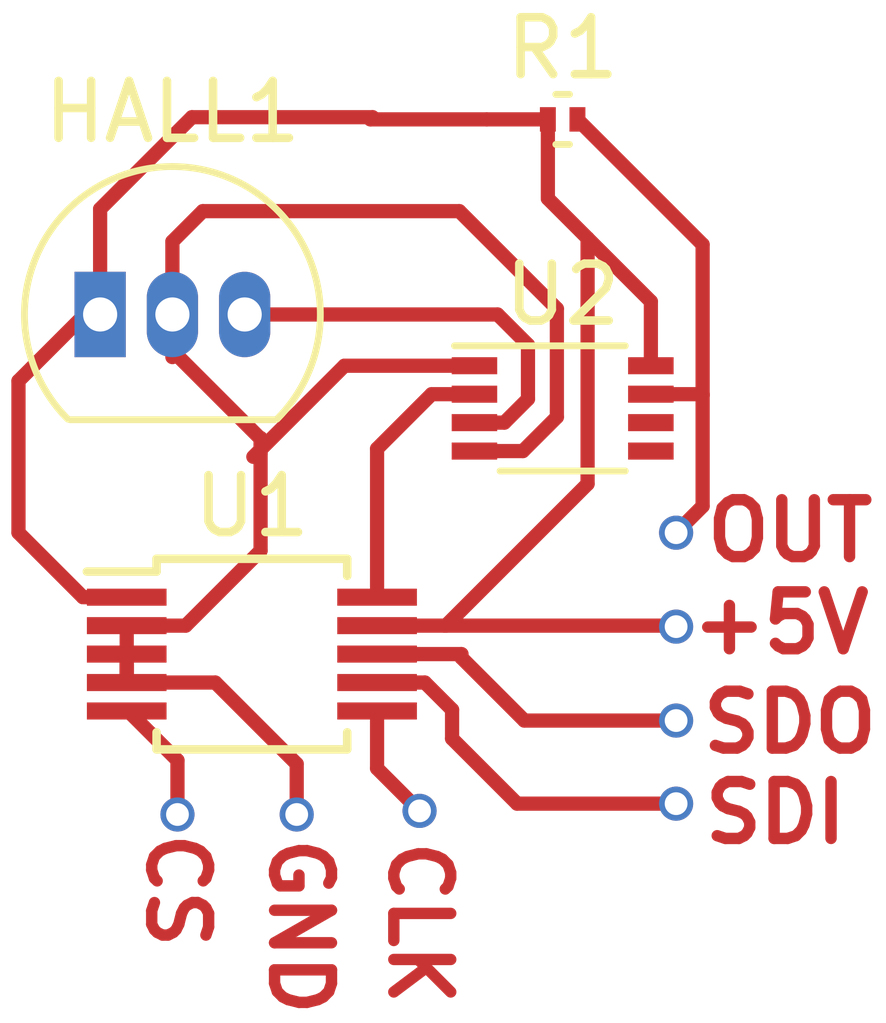
<source format=kicad_pcb>
(kicad_pcb (version 4) (host pcbnew 4.0.7)

  (general
    (links 12)
    (no_connects 1)
    (area 59.9965 81.0376 80.048002 98.8455)
    (thickness 1.6)
    (drawings 7)
    (tracks 81)
    (zones 0)
    (modules 4)
    (nets 12)
  )

  (page A4)
  (layers
    (0 F.Cu signal)
    (31 B.Cu signal)
    (32 B.Adhes user)
    (33 F.Adhes user)
    (34 B.Paste user)
    (35 F.Paste user)
    (36 B.SilkS user)
    (37 F.SilkS user)
    (38 B.Mask user)
    (39 F.Mask user)
    (40 Dwgs.User user)
    (41 Cmts.User user)
    (42 Eco1.User user)
    (43 Eco2.User user)
    (44 Edge.Cuts user)
    (45 Margin user)
    (46 B.CrtYd user)
    (47 F.CrtYd user)
    (48 B.Fab user)
    (49 F.Fab user)
  )

  (setup
    (last_trace_width 0.25)
    (trace_clearance 0.2)
    (zone_clearance 0.508)
    (zone_45_only no)
    (trace_min 0.2)
    (segment_width 0.2)
    (edge_width 0.15)
    (via_size 0.6)
    (via_drill 0.4)
    (via_min_size 0.4)
    (via_min_drill 0.3)
    (uvia_size 0.3)
    (uvia_drill 0.1)
    (uvias_allowed no)
    (uvia_min_size 0.2)
    (uvia_min_drill 0.1)
    (pcb_text_width 0.3)
    (pcb_text_size 1.5 1.5)
    (mod_edge_width 0.15)
    (mod_text_size 1 1)
    (mod_text_width 0.15)
    (pad_size 1.524 1.524)
    (pad_drill 0.762)
    (pad_to_mask_clearance 0.2)
    (aux_axis_origin 0 0)
    (grid_origin 68.453 88.7095)
    (visible_elements FFFFFF7F)
    (pcbplotparams
      (layerselection 0x00030_80000001)
      (usegerberextensions false)
      (excludeedgelayer true)
      (linewidth 0.100000)
      (plotframeref false)
      (viasonmask false)
      (mode 1)
      (useauxorigin false)
      (hpglpennumber 1)
      (hpglpenspeed 20)
      (hpglpendiameter 15)
      (hpglpenoverlay 2)
      (psnegative false)
      (psa4output false)
      (plotreference true)
      (plotvalue true)
      (plotinvisibletext false)
      (padsonsilk false)
      (subtractmaskfromsilk false)
      (outputformat 1)
      (mirror false)
      (drillshape 0)
      (scaleselection 1)
      (outputdirectory ""))
  )

  (net 0 "")
  (net 1 "Net-(HALL1-Pad3)")
  (net 2 GND)
  (net 3 +5V)
  (net 4 HALLOUT)
  (net 5 CS)
  (net 6 CLK)
  (net 7 SDI)
  (net 8 SDO)
  (net 9 "Net-(U1-Pad10)")
  (net 10 "Net-(U2-Pad5)")
  (net 11 "Net-(U2-Pad6)")

  (net_class Default "Esta es la clase de red por defecto."
    (clearance 0.2)
    (trace_width 0.25)
    (via_dia 0.6)
    (via_drill 0.4)
    (uvia_dia 0.3)
    (uvia_drill 0.1)
    (add_net +5V)
    (add_net CLK)
    (add_net CS)
    (add_net GND)
    (add_net HALLOUT)
    (add_net "Net-(HALL1-Pad3)")
    (add_net "Net-(U1-Pad10)")
    (add_net "Net-(U2-Pad5)")
    (add_net "Net-(U2-Pad6)")
    (add_net SDI)
    (add_net SDO)
  )

  (module Resistors_SMD:R_0201 (layer F.Cu) (tedit 58E0A804) (tstamp 5B357036)
    (at 72.1741 82.1436)
    (descr "Resistor SMD 0201, reflow soldering, Vishay (see crcw0201e3.pdf)")
    (tags "resistor 0201")
    (path /5B356DF3)
    (attr smd)
    (fp_text reference R1 (at 0 -1.25) (layer F.SilkS)
      (effects (font (size 1 1) (thickness 0.15)))
    )
    (fp_text value R (at 0 1.3) (layer F.Fab)
      (effects (font (size 1 1) (thickness 0.15)))
    )
    (fp_text user %R (at 0 -1.25) (layer F.Fab)
      (effects (font (size 1 1) (thickness 0.15)))
    )
    (fp_line (start -0.3 0.15) (end -0.3 -0.15) (layer F.Fab) (width 0.1))
    (fp_line (start 0.3 0.15) (end -0.3 0.15) (layer F.Fab) (width 0.1))
    (fp_line (start 0.3 -0.15) (end 0.3 0.15) (layer F.Fab) (width 0.1))
    (fp_line (start -0.3 -0.15) (end 0.3 -0.15) (layer F.Fab) (width 0.1))
    (fp_line (start 0.12 -0.44) (end -0.12 -0.44) (layer F.SilkS) (width 0.12))
    (fp_line (start -0.12 0.44) (end 0.12 0.44) (layer F.SilkS) (width 0.12))
    (fp_line (start -0.55 -0.37) (end 0.55 -0.37) (layer F.CrtYd) (width 0.05))
    (fp_line (start -0.55 -0.37) (end -0.55 0.36) (layer F.CrtYd) (width 0.05))
    (fp_line (start 0.55 0.36) (end 0.55 -0.37) (layer F.CrtYd) (width 0.05))
    (fp_line (start 0.55 0.36) (end -0.55 0.36) (layer F.CrtYd) (width 0.05))
    (pad 1 smd rect (at -0.26 0) (size 0.28 0.43) (layers F.Cu F.Paste F.Mask)
      (net 3 +5V))
    (pad 2 smd rect (at 0.26 0) (size 0.28 0.43) (layers F.Cu F.Paste F.Mask)
      (net 4 HALLOUT))
    (model ${KISYS3DMOD}/Resistors_SMD.3dshapes/R_0201.wrl
      (at (xyz 0 0 0))
      (scale (xyz 1 1 1))
      (rotate (xyz 0 0 0))
    )
  )

  (module Housings_SSOP:MSOP-10_3x3mm_Pitch0.5mm (layer F.Cu) (tedit 54130A77) (tstamp 5B357044)
    (at 66.7131 91.5416)
    (descr "10-Lead Plastic Micro Small Outline Package (MS) [MSOP] (see Microchip Packaging Specification 00000049BS.pdf)")
    (tags "SSOP 0.5")
    (path /5B356467)
    (attr smd)
    (fp_text reference U1 (at 0 -2.6) (layer F.SilkS)
      (effects (font (size 1 1) (thickness 0.15)))
    )
    (fp_text value AD5290 (at 0 2.6) (layer F.Fab)
      (effects (font (size 1 1) (thickness 0.15)))
    )
    (fp_line (start -0.5 -1.5) (end 1.5 -1.5) (layer F.Fab) (width 0.15))
    (fp_line (start 1.5 -1.5) (end 1.5 1.5) (layer F.Fab) (width 0.15))
    (fp_line (start 1.5 1.5) (end -1.5 1.5) (layer F.Fab) (width 0.15))
    (fp_line (start -1.5 1.5) (end -1.5 -0.5) (layer F.Fab) (width 0.15))
    (fp_line (start -1.5 -0.5) (end -0.5 -1.5) (layer F.Fab) (width 0.15))
    (fp_line (start -3.15 -1.85) (end -3.15 1.85) (layer F.CrtYd) (width 0.05))
    (fp_line (start 3.15 -1.85) (end 3.15 1.85) (layer F.CrtYd) (width 0.05))
    (fp_line (start -3.15 -1.85) (end 3.15 -1.85) (layer F.CrtYd) (width 0.05))
    (fp_line (start -3.15 1.85) (end 3.15 1.85) (layer F.CrtYd) (width 0.05))
    (fp_line (start -1.675 -1.675) (end -1.675 -1.45) (layer F.SilkS) (width 0.15))
    (fp_line (start 1.675 -1.675) (end 1.675 -1.375) (layer F.SilkS) (width 0.15))
    (fp_line (start 1.675 1.675) (end 1.675 1.375) (layer F.SilkS) (width 0.15))
    (fp_line (start -1.675 1.675) (end -1.675 1.375) (layer F.SilkS) (width 0.15))
    (fp_line (start -1.675 -1.675) (end 1.675 -1.675) (layer F.SilkS) (width 0.15))
    (fp_line (start -1.675 1.675) (end 1.675 1.675) (layer F.SilkS) (width 0.15))
    (fp_line (start -1.675 -1.45) (end -2.9 -1.45) (layer F.SilkS) (width 0.15))
    (fp_text user %R (at 0 0) (layer F.Fab)
      (effects (font (size 0.6 0.6) (thickness 0.15)))
    )
    (pad 1 smd rect (at -2.2 -1) (size 1.4 0.3) (layers F.Cu F.Paste F.Mask)
      (net 3 +5V))
    (pad 2 smd rect (at -2.2 -0.5) (size 1.4 0.3) (layers F.Cu F.Paste F.Mask)
      (net 2 GND))
    (pad 3 smd rect (at -2.2 0) (size 1.4 0.3) (layers F.Cu F.Paste F.Mask)
      (net 2 GND))
    (pad 4 smd rect (at -2.2 0.5) (size 1.4 0.3) (layers F.Cu F.Paste F.Mask)
      (net 2 GND))
    (pad 5 smd rect (at -2.2 1) (size 1.4 0.3) (layers F.Cu F.Paste F.Mask)
      (net 5 CS))
    (pad 6 smd rect (at 2.2 1) (size 1.4 0.3) (layers F.Cu F.Paste F.Mask)
      (net 6 CLK))
    (pad 7 smd rect (at 2.2 0.5) (size 1.4 0.3) (layers F.Cu F.Paste F.Mask)
      (net 7 SDI))
    (pad 8 smd rect (at 2.2 0) (size 1.4 0.3) (layers F.Cu F.Paste F.Mask)
      (net 8 SDO))
    (pad 9 smd rect (at 2.2 -0.5) (size 1.4 0.3) (layers F.Cu F.Paste F.Mask)
      (net 3 +5V))
    (pad 10 smd rect (at 2.2 -1) (size 1.4 0.3) (layers F.Cu F.Paste F.Mask)
      (net 9 "Net-(U1-Pad10)"))
    (model ${KISYS3DMOD}/Housings_SSOP.3dshapes/MSOP-10_3x3mm_Pitch0.5mm.wrl
      (at (xyz 0 0 0))
      (scale (xyz 1 1 1))
      (rotate (xyz 0 0 0))
    )
  )

  (module Housings_SSOP:VSSOP-8_2.3x2mm_Pitch0.5mm (layer F.Cu) (tedit 589DBB26) (tstamp 5B357050)
    (at 72.1741 87.2236)
    (descr "VSSOP-8 2.3x2mm Pitch 0.5mm")
    (tags "VSSOP-8 2.3x2mm Pitch 0.5mm")
    (path /5B356301)
    (attr smd)
    (fp_text reference U2 (at 0 -2) (layer F.SilkS)
      (effects (font (size 1 1) (thickness 0.15)))
    )
    (fp_text value LM311 (at 0 2.2) (layer F.Fab)
      (effects (font (size 1 1) (thickness 0.15)))
    )
    (fp_line (start -2.25 -1.25) (end 2.25 -1.25) (layer F.CrtYd) (width 0.05))
    (fp_line (start -2.25 1.25) (end -2.25 -1.25) (layer F.CrtYd) (width 0.05))
    (fp_line (start 2.25 1.25) (end -2.25 1.25) (layer F.CrtYd) (width 0.05))
    (fp_line (start 2.25 -1.25) (end 2.25 1.25) (layer F.CrtYd) (width 0.05))
    (fp_line (start 1.1 1.1) (end -1.1 1.1) (layer F.SilkS) (width 0.12))
    (fp_line (start 1.1 -1.1) (end -1.9 -1.1) (layer F.SilkS) (width 0.12))
    (fp_line (start -0.6 -1) (end -1.15 -0.45) (layer F.Fab) (width 0.1))
    (fp_line (start -0.6 -1) (end 1.15 -1) (layer F.Fab) (width 0.1))
    (fp_line (start -1.15 1) (end -1.15 -0.45) (layer F.Fab) (width 0.1))
    (fp_line (start 1.15 1) (end -1.15 1) (layer F.Fab) (width 0.1))
    (fp_line (start 1.15 -1) (end 1.15 1) (layer F.Fab) (width 0.1))
    (fp_text user %R (at 0 0) (layer F.Fab)
      (effects (font (size 0.5 0.5) (thickness 0.1)))
    )
    (pad 1 smd rect (at -1.55 -0.75 270) (size 0.3 0.8) (layers F.Cu F.Paste F.Mask)
      (net 2 GND))
    (pad 2 smd rect (at -1.55 -0.25 270) (size 0.3 0.8) (layers F.Cu F.Paste F.Mask)
      (net 9 "Net-(U1-Pad10)"))
    (pad 3 smd rect (at -1.55 0.25 270) (size 0.3 0.8) (layers F.Cu F.Paste F.Mask)
      (net 1 "Net-(HALL1-Pad3)"))
    (pad 4 smd rect (at -1.55 0.75 270) (size 0.3 0.8) (layers F.Cu F.Paste F.Mask)
      (net 2 GND))
    (pad 5 smd rect (at 1.55 0.75 270) (size 0.3 0.8) (layers F.Cu F.Paste F.Mask)
      (net 10 "Net-(U2-Pad5)"))
    (pad 6 smd rect (at 1.55 0.25 270) (size 0.3 0.8) (layers F.Cu F.Paste F.Mask)
      (net 11 "Net-(U2-Pad6)"))
    (pad 7 smd rect (at 1.55 -0.25 270) (size 0.3 0.8) (layers F.Cu F.Paste F.Mask)
      (net 4 HALLOUT))
    (pad 8 smd rect (at 1.55 -0.75 270) (size 0.3 0.8) (layers F.Cu F.Paste F.Mask)
      (net 3 +5V))
    (model ${KISYS3DMOD}/Housings_SSOP.3dshapes/VSSOP-8_2.3x2mm_Pitch0.5mm.wrl
      (at (xyz 0 0 0))
      (scale (xyz 1 1 1))
      (rotate (xyz 0 0 0))
    )
  )

  (module TO_SOT_Packages_THT:TO-92_Inline_Narrow_Oval (layer F.Cu) (tedit 58CE52AF) (tstamp 5B357030)
    (at 64.0461 85.5726)
    (descr "TO-92 leads in-line, narrow, oval pads, drill 0.6mm (see NXP sot054_po.pdf)")
    (tags "to-92 sc-43 sc-43a sot54 PA33 transistor")
    (path /5B3561FF)
    (fp_text reference HALL1 (at 1.27 -3.56) (layer F.SilkS)
      (effects (font (size 1 1) (thickness 0.15)))
    )
    (fp_text value US1881 (at 1.27 2.79) (layer F.Fab)
      (effects (font (size 1 1) (thickness 0.15)))
    )
    (fp_text user %R (at 1.27 -3.56) (layer F.Fab)
      (effects (font (size 1 1) (thickness 0.15)))
    )
    (fp_line (start -0.53 1.85) (end 3.07 1.85) (layer F.SilkS) (width 0.12))
    (fp_line (start -0.5 1.75) (end 3 1.75) (layer F.Fab) (width 0.1))
    (fp_line (start -1.46 -2.73) (end 4 -2.73) (layer F.CrtYd) (width 0.05))
    (fp_line (start -1.46 -2.73) (end -1.46 2.01) (layer F.CrtYd) (width 0.05))
    (fp_line (start 4 2.01) (end 4 -2.73) (layer F.CrtYd) (width 0.05))
    (fp_line (start 4 2.01) (end -1.46 2.01) (layer F.CrtYd) (width 0.05))
    (fp_arc (start 1.27 0) (end 1.27 -2.48) (angle 135) (layer F.Fab) (width 0.1))
    (fp_arc (start 1.27 0) (end 1.27 -2.6) (angle -135) (layer F.SilkS) (width 0.12))
    (fp_arc (start 1.27 0) (end 1.27 -2.48) (angle -135) (layer F.Fab) (width 0.1))
    (fp_arc (start 1.27 0) (end 1.27 -2.6) (angle 135) (layer F.SilkS) (width 0.12))
    (pad 2 thru_hole oval (at 1.27 0 180) (size 0.9 1.5) (drill 0.6) (layers *.Cu *.Mask)
      (net 2 GND))
    (pad 3 thru_hole oval (at 2.54 0 180) (size 0.9 1.5) (drill 0.6) (layers *.Cu *.Mask)
      (net 1 "Net-(HALL1-Pad3)"))
    (pad 1 thru_hole rect (at 0 0 180) (size 0.9 1.5) (drill 0.6) (layers *.Cu *.Mask)
      (net 3 +5V))
    (model ${KISYS3DMOD}/TO_SOT_Packages_THT.3dshapes/TO-92_Inline_Narrow_Oval.wrl
      (at (xyz 0.05 0 0))
      (scale (xyz 1 1 1))
      (rotate (xyz 0 0 -90))
    )
  )

  (gr_text +5V (at 76.0095 90.9955 360) (layer F.Cu)
    (effects (font (size 1 1) (thickness 0.2)))
  )
  (gr_text OUT (at 76.16825 89.37625 360) (layer F.Cu)
    (effects (font (size 1 1) (thickness 0.2)))
  )
  (gr_text GND (at 67.564 96.3295 270) (layer F.Cu)
    (effects (font (size 1 1) (thickness 0.2)))
  )
  (gr_text SDO (at 76.16825 92.74175 360) (layer F.Cu)
    (effects (font (size 1 1) (thickness 0.2)))
  )
  (gr_text SDI (at 75.91425 94.32925 360) (layer F.Cu)
    (effects (font (size 1 1) (thickness 0.2)))
  )
  (gr_text CLK (at 69.6595 96.266 270) (layer F.Cu)
    (effects (font (size 1 1) (thickness 0.2)))
  )
  (gr_text CS (at 65.405 95.6945 270) (layer F.Cu)
    (effects (font (size 1 1) (thickness 0.2)))
  )

  (segment (start 70.6241 87.4736) (end 71.1494 87.4736) (width 0.25) (layer F.Cu) (net 1))
  (segment (start 71.0311 85.5726) (end 66.5861 85.5726) (width 0.25) (layer F.Cu) (net 1) (tstamp 5B35922D))
  (segment (start 71.5645 86.106) (end 71.0311 85.5726) (width 0.25) (layer F.Cu) (net 1) (tstamp 5B35922C))
  (segment (start 71.5645 87.0585) (end 71.5645 86.106) (width 0.25) (layer F.Cu) (net 1) (tstamp 5B35922A))
  (segment (start 71.1494 87.4736) (end 71.5645 87.0585) (width 0.25) (layer F.Cu) (net 1) (tstamp 5B359229))
  (segment (start 64.5131 92.0416) (end 66.0701 92.0416) (width 0.25) (layer F.Cu) (net 2))
  (via (at 67.5005 94.361) (size 0.6) (drill 0.4) (layers F.Cu B.Cu) (net 2))
  (segment (start 67.5005 93.472) (end 67.5005 94.361) (width 0.25) (layer F.Cu) (net 2) (tstamp 5B359418))
  (segment (start 66.0701 92.0416) (end 67.5005 93.472) (width 0.25) (layer F.Cu) (net 2) (tstamp 5B35940F))
  (segment (start 70.6241 87.9736) (end 71.4749 87.9736) (width 0.25) (layer F.Cu) (net 2))
  (segment (start 65.3161 84.2899) (end 65.3161 85.5726) (width 0.25) (layer F.Cu) (net 2) (tstamp 5B359251))
  (segment (start 65.8495 83.7565) (end 65.3161 84.2899) (width 0.25) (layer F.Cu) (net 2) (tstamp 5B35924F))
  (segment (start 70.358 83.7565) (end 65.8495 83.7565) (width 0.25) (layer F.Cu) (net 2) (tstamp 5B35924C))
  (segment (start 72.0725 85.471) (end 70.358 83.7565) (width 0.25) (layer F.Cu) (net 2) (tstamp 5B359244))
  (segment (start 72.0725 87.376) (end 72.0725 85.471) (width 0.25) (layer F.Cu) (net 2) (tstamp 5B35923E))
  (segment (start 71.4749 87.9736) (end 72.0725 87.376) (width 0.25) (layer F.Cu) (net 2) (tstamp 5B35923D))
  (segment (start 70.6241 86.4736) (end 68.3394 86.4736) (width 0.25) (layer F.Cu) (net 2))
  (segment (start 68.3394 86.4736) (end 66.7385 88.0745) (width 0.25) (layer F.Cu) (net 2) (tstamp 5B359181))
  (segment (start 64.5131 91.0416) (end 65.5494 91.0416) (width 0.25) (layer F.Cu) (net 2))
  (segment (start 65.5494 91.0416) (end 66.8655 89.7255) (width 0.25) (layer F.Cu) (net 2) (tstamp 5B358C1E))
  (segment (start 66.8655 89.7255) (end 66.8655 88.011) (width 0.25) (layer F.Cu) (net 2) (tstamp 5B358C1F))
  (segment (start 66.8655 88.011) (end 66.8655 87.757) (width 0.25) (layer F.Cu) (net 2) (tstamp 5B358F88))
  (segment (start 66.8655 87.757) (end 66.8655 87.7436) (width 0.25) (layer F.Cu) (net 2) (tstamp 5B358D87))
  (segment (start 66.8521 87.7436) (end 65.3161 86.2076) (width 0.25) (layer F.Cu) (net 2) (tstamp 5B358719))
  (segment (start 66.8655 87.7436) (end 66.8521 87.7436) (width 0.25) (layer F.Cu) (net 2) (tstamp 5B358C24))
  (segment (start 64.5131 91.5416) (end 64.5131 91.0416) (width 0.25) (layer F.Cu) (net 2))
  (segment (start 64.5131 91.5416) (end 64.5131 92.0416) (width 0.25) (layer F.Cu) (net 2))
  (segment (start 64.5131 91.5416) (end 64.5131 92.0416) (width 0.25) (layer F.Cu) (net 2) (tstamp 5B358BED))
  (segment (start 64.5131 92.0416) (end 64.5131 91.5416) (width 0.25) (layer F.Cu) (net 2) (tstamp 5B358BEF))
  (segment (start 65.3161 86.3219) (end 65.3161 85.5726) (width 0.25) (layer F.Cu) (net 2) (tstamp 5B358789))
  (segment (start 65.3161 86.2076) (end 65.3161 85.5726) (width 0.25) (layer F.Cu) (net 2) (tstamp 5B35871A))
  (segment (start 70.104 91.0416) (end 74.1506 91.0416) (width 0.25) (layer F.Cu) (net 3))
  (via (at 74.168 91.059) (size 0.6) (drill 0.4) (layers F.Cu B.Cu) (net 3))
  (segment (start 74.1506 91.0416) (end 74.168 91.059) (width 0.25) (layer F.Cu) (net 3) (tstamp 5B359300))
  (segment (start 72.61225 84.23275) (end 72.61225 88.55075) (width 0.25) (layer F.Cu) (net 3))
  (segment (start 70.1214 91.0416) (end 70.104 91.0416) (width 0.25) (layer F.Cu) (net 3) (tstamp 5B35925D))
  (segment (start 70.104 91.0416) (end 68.9131 91.0416) (width 0.25) (layer F.Cu) (net 3) (tstamp 5B3592FE))
  (segment (start 72.61225 88.55075) (end 70.1214 91.0416) (width 0.25) (layer F.Cu) (net 3) (tstamp 5B35925B))
  (segment (start 68.834 82.1055) (end 65.659 82.1055) (width 0.25) (layer F.Cu) (net 3))
  (segment (start 64.0461 83.7184) (end 64.0461 85.5726) (width 0.25) (layer F.Cu) (net 3) (tstamp 5B3590FD))
  (segment (start 65.659 82.1055) (end 64.0461 83.7184) (width 0.25) (layer F.Cu) (net 3) (tstamp 5B3590FB))
  (segment (start 68.834 82.1055) (end 68.7959 82.1436) (width 0.25) (layer F.Cu) (net 3) (tstamp 5B3590F9))
  (segment (start 64.5131 90.5416) (end 63.7446 90.5416) (width 0.25) (layer F.Cu) (net 3))
  (segment (start 62.611 86.741) (end 63.7794 85.5726) (width 0.25) (layer F.Cu) (net 3) (tstamp 5B358C0C))
  (segment (start 62.611 89.408) (end 62.611 86.741) (width 0.25) (layer F.Cu) (net 3) (tstamp 5B358C0A))
  (segment (start 63.7446 90.5416) (end 62.611 89.408) (width 0.25) (layer F.Cu) (net 3) (tstamp 5B358C07))
  (segment (start 63.7794 85.5726) (end 64.0461 85.5726) (width 0.25) (layer F.Cu) (net 3) (tstamp 5B358C0D))
  (segment (start 70.8406 82.1436) (end 68.7959 82.1436) (width 0.25) (layer F.Cu) (net 3))
  (segment (start 71.9141 82.1436) (end 70.8406 82.1436) (width 0.25) (layer F.Cu) (net 3))
  (segment (start 73.7241 86.4736) (end 73.7241 85.3446) (width 0.25) (layer F.Cu) (net 3))
  (segment (start 73.7241 85.3446) (end 72.61225 84.23275) (width 0.25) (layer F.Cu) (net 3) (tstamp 5B3576F9))
  (segment (start 72.61225 84.23275) (end 71.9141 83.5346) (width 0.25) (layer F.Cu) (net 3) (tstamp 5B359259))
  (segment (start 71.9141 83.5346) (end 71.9141 82.1436) (width 0.25) (layer F.Cu) (net 3) (tstamp 5B3576FC))
  (segment (start 74.6339 86.995) (end 74.6339 84.3434) (width 0.25) (layer F.Cu) (net 4))
  (segment (start 74.6339 84.3434) (end 72.4341 82.1436) (width 0.25) (layer F.Cu) (net 4) (tstamp 5B359372))
  (segment (start 74.6339 86.9736) (end 74.6339 86.995) (width 0.25) (layer F.Cu) (net 4))
  (segment (start 74.6339 86.995) (end 74.6339 88.9421) (width 0.25) (layer F.Cu) (net 4) (tstamp 5B359370))
  (via (at 74.168 89.408) (size 0.6) (drill 0.4) (layers F.Cu B.Cu) (net 4))
  (segment (start 74.6339 88.9421) (end 74.168 89.408) (width 0.25) (layer F.Cu) (net 4) (tstamp 5B3592CF))
  (segment (start 73.7241 86.9736) (end 74.6339 86.9736) (width 0.25) (layer F.Cu) (net 4))
  (segment (start 64.5131 92.5416) (end 64.5381 92.5416) (width 0.25) (layer F.Cu) (net 5))
  (segment (start 64.5381 92.5416) (end 65.405 93.4085) (width 0.25) (layer F.Cu) (net 5) (tstamp 5B359428))
  (segment (start 65.405 93.4085) (end 65.405 94.361) (width 0.25) (layer F.Cu) (net 5) (tstamp 5B35942D))
  (via (at 65.405 94.361) (size 0.6) (drill 0.4) (layers F.Cu B.Cu) (net 5))
  (segment (start 68.9131 92.5416) (end 68.9131 93.5511) (width 0.25) (layer F.Cu) (net 6))
  (via (at 69.6595 94.2975) (size 0.6) (drill 0.4) (layers F.Cu B.Cu) (net 6))
  (segment (start 68.9131 93.5511) (end 69.6595 94.2975) (width 0.25) (layer F.Cu) (net 6) (tstamp 5B3593C6))
  (segment (start 70.231 92.5195) (end 70.231 93.0275) (width 0.25) (layer F.Cu) (net 7))
  (segment (start 68.9131 92.0416) (end 69.7531 92.0416) (width 0.25) (layer F.Cu) (net 7))
  (segment (start 69.7531 92.0416) (end 70.231 92.5195) (width 0.25) (layer F.Cu) (net 7) (tstamp 5B358CC8))
  (via (at 74.168 94.1705) (size 0.6) (drill 0.4) (layers F.Cu B.Cu) (net 7))
  (segment (start 71.374 94.1705) (end 74.168 94.1705) (width 0.25) (layer F.Cu) (net 7) (tstamp 5B359395))
  (segment (start 70.231 93.0275) (end 71.374 94.1705) (width 0.25) (layer F.Cu) (net 7) (tstamp 5B35938F))
  (segment (start 70.3961 91.5416) (end 70.3961 91.6051) (width 0.25) (layer F.Cu) (net 8))
  (segment (start 68.9131 91.5416) (end 70.3961 91.5416) (width 0.25) (layer F.Cu) (net 8))
  (via (at 74.168 92.71) (size 0.6) (drill 0.4) (layers F.Cu B.Cu) (net 8))
  (segment (start 71.501 92.71) (end 74.168 92.71) (width 0.25) (layer F.Cu) (net 8) (tstamp 5B35933E))
  (segment (start 70.3961 91.6051) (end 71.501 92.71) (width 0.25) (layer F.Cu) (net 8) (tstamp 5B35933B))
  (segment (start 70.6241 86.9736) (end 69.8714 86.9736) (width 0.25) (layer F.Cu) (net 9))
  (segment (start 68.9131 87.9319) (end 68.9131 90.5416) (width 0.25) (layer F.Cu) (net 9) (tstamp 5B359178))
  (segment (start 69.8714 86.9736) (end 68.9131 87.9319) (width 0.25) (layer F.Cu) (net 9) (tstamp 5B359175))

)

</source>
